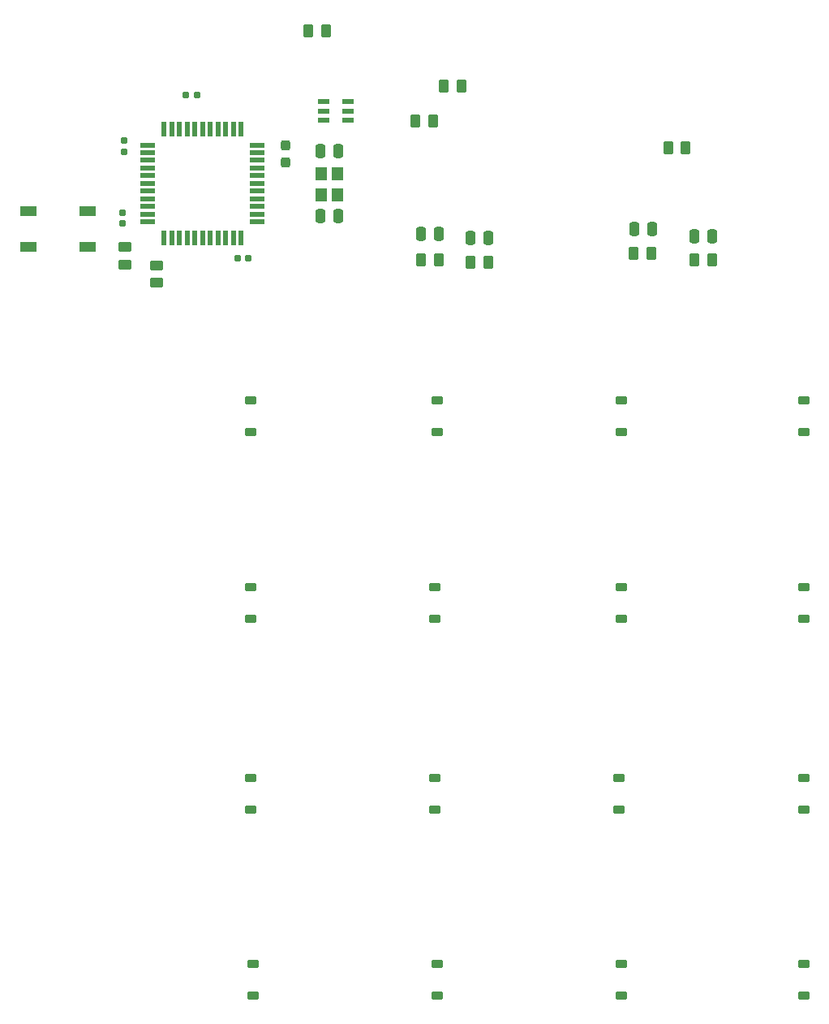
<source format=gbr>
%TF.GenerationSoftware,KiCad,Pcbnew,9.0.0*%
%TF.CreationDate,2025-06-12T15:56:33-06:00*%
%TF.ProjectId,final_macropad,66696e61-6c5f-46d6-9163-726f7061642e,rev?*%
%TF.SameCoordinates,Original*%
%TF.FileFunction,Paste,Bot*%
%TF.FilePolarity,Positive*%
%FSLAX46Y46*%
G04 Gerber Fmt 4.6, Leading zero omitted, Abs format (unit mm)*
G04 Created by KiCad (PCBNEW 9.0.0) date 2025-06-12 15:56:33*
%MOMM*%
%LPD*%
G01*
G04 APERTURE LIST*
G04 Aperture macros list*
%AMRoundRect*
0 Rectangle with rounded corners*
0 $1 Rounding radius*
0 $2 $3 $4 $5 $6 $7 $8 $9 X,Y pos of 4 corners*
0 Add a 4 corners polygon primitive as box body*
4,1,4,$2,$3,$4,$5,$6,$7,$8,$9,$2,$3,0*
0 Add four circle primitives for the rounded corners*
1,1,$1+$1,$2,$3*
1,1,$1+$1,$4,$5*
1,1,$1+$1,$6,$7*
1,1,$1+$1,$8,$9*
0 Add four rect primitives between the rounded corners*
20,1,$1+$1,$2,$3,$4,$5,0*
20,1,$1+$1,$4,$5,$6,$7,0*
20,1,$1+$1,$6,$7,$8,$9,0*
20,1,$1+$1,$8,$9,$2,$3,0*%
G04 Aperture macros list end*
%ADD10RoundRect,0.250000X0.250000X0.475000X-0.250000X0.475000X-0.250000X-0.475000X0.250000X-0.475000X0*%
%ADD11RoundRect,0.250000X-0.250000X-0.475000X0.250000X-0.475000X0.250000X0.475000X-0.250000X0.475000X0*%
%ADD12RoundRect,0.237500X-0.237500X0.300000X-0.237500X-0.300000X0.237500X-0.300000X0.237500X0.300000X0*%
%ADD13RoundRect,0.250000X-0.262500X-0.450000X0.262500X-0.450000X0.262500X0.450000X-0.262500X0.450000X0*%
%ADD14RoundRect,0.225000X0.375000X-0.225000X0.375000X0.225000X-0.375000X0.225000X-0.375000X-0.225000X0*%
%ADD15RoundRect,0.155000X-0.155000X0.212500X-0.155000X-0.212500X0.155000X-0.212500X0.155000X0.212500X0*%
%ADD16R,0.550000X1.500000*%
%ADD17R,1.500000X0.550000*%
%ADD18RoundRect,0.155000X-0.212500X-0.155000X0.212500X-0.155000X0.212500X0.155000X-0.212500X0.155000X0*%
%ADD19R,1.803400X1.092200*%
%ADD20RoundRect,0.250000X0.262500X0.450000X-0.262500X0.450000X-0.262500X-0.450000X0.262500X-0.450000X0*%
%ADD21RoundRect,0.073750X-0.531250X-0.221250X0.531250X-0.221250X0.531250X0.221250X-0.531250X0.221250X0*%
%ADD22RoundRect,0.155000X0.155000X-0.212500X0.155000X0.212500X-0.155000X0.212500X-0.155000X-0.212500X0*%
%ADD23RoundRect,0.250000X-0.450000X0.262500X-0.450000X-0.262500X0.450000X-0.262500X0.450000X0.262500X0*%
%ADD24RoundRect,0.155000X0.212500X0.155000X-0.212500X0.155000X-0.212500X-0.155000X0.212500X-0.155000X0*%
%ADD25R,1.200000X1.400000*%
G04 APERTURE END LIST*
D10*
%TO.C,C6*%
X63942000Y-47625000D03*
X62042000Y-47625000D03*
%TD*%
D11*
%TO.C,C7*%
X62042000Y-40894000D03*
X63942000Y-40894000D03*
%TD*%
D12*
%TO.C,C5*%
X58420000Y-40312000D03*
X58420000Y-42037000D03*
%TD*%
D13*
%TO.C,R10*%
X71985500Y-37719000D03*
X73810500Y-37719000D03*
%TD*%
D14*
%TO.C,D9*%
X54750000Y-109500000D03*
X54750000Y-106200000D03*
%TD*%
D11*
%TO.C,C11*%
X77712500Y-49962500D03*
X79612500Y-49962500D03*
%TD*%
D14*
%TO.C,D7*%
X93500000Y-89650000D03*
X93500000Y-86350000D03*
%TD*%
D15*
%TO.C,C3*%
X41529000Y-39818500D03*
X41529000Y-40953500D03*
%TD*%
D13*
%TO.C,R8*%
X72587500Y-52250000D03*
X74412500Y-52250000D03*
%TD*%
%TO.C,R7*%
X98337500Y-40500000D03*
X100162500Y-40500000D03*
%TD*%
D14*
%TO.C,D1*%
X54750000Y-70150000D03*
X54750000Y-66850000D03*
%TD*%
D16*
%TO.C,U1*%
X45750000Y-38550000D03*
X46550000Y-38550000D03*
X47350000Y-38550000D03*
X48150000Y-38550000D03*
X48950000Y-38550000D03*
X49750000Y-38550000D03*
X50550000Y-38550000D03*
X51350000Y-38550000D03*
X52150000Y-38550000D03*
X52950000Y-38550000D03*
X53750000Y-38550000D03*
D17*
X55450000Y-40250000D03*
X55450000Y-41050000D03*
X55450000Y-41850000D03*
X55450000Y-42650000D03*
X55450000Y-43450000D03*
X55450000Y-44250000D03*
X55450000Y-45050000D03*
X55450000Y-45850000D03*
X55450000Y-46650000D03*
X55450000Y-47450000D03*
X55450000Y-48250000D03*
D16*
X53750000Y-49950000D03*
X52950000Y-49950000D03*
X52150000Y-49950000D03*
X51350000Y-49950000D03*
X50550000Y-49950000D03*
X49750000Y-49950000D03*
X48950000Y-49950000D03*
X48150000Y-49950000D03*
X47350000Y-49950000D03*
X46550000Y-49950000D03*
X45750000Y-49950000D03*
D17*
X44050000Y-48250000D03*
X44050000Y-47450000D03*
X44050000Y-46650000D03*
X44050000Y-45850000D03*
X44050000Y-45050000D03*
X44050000Y-44250000D03*
X44050000Y-43450000D03*
X44050000Y-42650000D03*
X44050000Y-41850000D03*
X44050000Y-41050000D03*
X44050000Y-40250000D03*
%TD*%
D14*
%TO.C,D13*%
X55000000Y-128900000D03*
X55000000Y-125600000D03*
%TD*%
%TO.C,D8*%
X112500000Y-89650000D03*
X112500000Y-86350000D03*
%TD*%
D13*
%TO.C,R9*%
X77750000Y-52462500D03*
X79575000Y-52462500D03*
%TD*%
D14*
%TO.C,D15*%
X93500000Y-128900000D03*
X93500000Y-125600000D03*
%TD*%
%TO.C,D2*%
X74250000Y-70150000D03*
X74250000Y-66850000D03*
%TD*%
%TO.C,D16*%
X112500000Y-128900000D03*
X112500000Y-125600000D03*
%TD*%
D18*
%TO.C,C4*%
X53407500Y-52070000D03*
X54542500Y-52070000D03*
%TD*%
D14*
%TO.C,D4*%
X112500000Y-70150000D03*
X112500000Y-66850000D03*
%TD*%
D19*
%TO.C,SW1*%
X37770999Y-47128151D03*
X31571001Y-47128151D03*
X37770999Y-50828149D03*
X31571001Y-50828149D03*
%TD*%
D11*
%TO.C,C10*%
X72550000Y-49500000D03*
X74450000Y-49500000D03*
%TD*%
D14*
%TO.C,D3*%
X93500000Y-70150000D03*
X93500000Y-66850000D03*
%TD*%
D20*
%TO.C,R12*%
X62634500Y-28321000D03*
X60809500Y-28321000D03*
%TD*%
D13*
%TO.C,R5*%
X94750000Y-51522000D03*
X96575000Y-51522000D03*
%TD*%
D21*
%TO.C,U2*%
X62428000Y-37653000D03*
X62428000Y-36703000D03*
X62428000Y-35753000D03*
X64938000Y-35753000D03*
X64938000Y-36703000D03*
X64938000Y-37653000D03*
%TD*%
D22*
%TO.C,C2*%
X41402000Y-48446500D03*
X41402000Y-47311500D03*
%TD*%
D14*
%TO.C,D12*%
X112500000Y-109500000D03*
X112500000Y-106200000D03*
%TD*%
%TO.C,D5*%
X54750000Y-89650000D03*
X54750000Y-86350000D03*
%TD*%
%TO.C,D14*%
X74250000Y-128900000D03*
X74250000Y-125600000D03*
%TD*%
D23*
%TO.C,R4*%
X41656000Y-50903500D03*
X41656000Y-52728500D03*
%TD*%
%TO.C,R1*%
X44958000Y-52808500D03*
X44958000Y-54633500D03*
%TD*%
D14*
%TO.C,D10*%
X74000000Y-109500000D03*
X74000000Y-106200000D03*
%TD*%
D24*
%TO.C,C1*%
X49149000Y-35052000D03*
X48014000Y-35052000D03*
%TD*%
D14*
%TO.C,D6*%
X74000000Y-89650000D03*
X74000000Y-86350000D03*
%TD*%
%TO.C,D11*%
X93250000Y-109500000D03*
X93250000Y-106200000D03*
%TD*%
D13*
%TO.C,R6*%
X101087500Y-52250000D03*
X102912500Y-52250000D03*
%TD*%
D20*
%TO.C,R11*%
X76758500Y-34122000D03*
X74933500Y-34122000D03*
%TD*%
D25*
%TO.C,Y1*%
X62142000Y-45423000D03*
X62142000Y-43223000D03*
X63842000Y-43223000D03*
X63842000Y-45423000D03*
%TD*%
D11*
%TO.C,C8*%
X94800000Y-49022000D03*
X96700000Y-49022000D03*
%TD*%
%TO.C,C9*%
X101050000Y-49750000D03*
X102950000Y-49750000D03*
%TD*%
M02*

</source>
